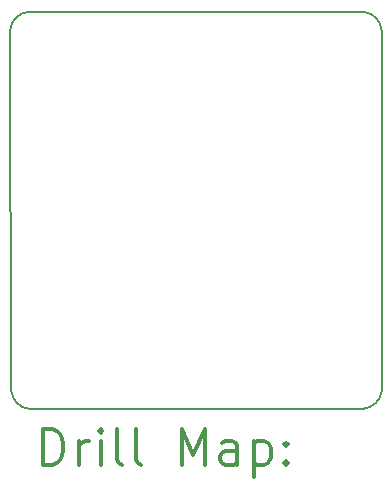
<source format=gbr>
%FSLAX45Y45*%
G04 Gerber Fmt 4.5, Leading zero omitted, Abs format (unit mm)*
G04 Created by KiCad (PCBNEW 5.99.0+really5.1.10+dfsg1-1) date 2022-01-15 17:01:51*
%MOMM*%
%LPD*%
G01*
G04 APERTURE LIST*
%TA.AperFunction,Profile*%
%ADD10C,0.150000*%
%TD*%
%ADD11C,0.200000*%
%ADD12C,0.300000*%
G04 APERTURE END LIST*
D10*
X15613288Y-11524457D02*
G75*
G02*
X15458440Y-11673840I-165924J17047D01*
G01*
X12626347Y-11676623D02*
G75*
G02*
X12476480Y-11525250I17832J167529D01*
G01*
X12467325Y-8465820D02*
G75*
G02*
X12626340Y-8315960I166189J-17047D01*
G01*
X15461457Y-8316052D02*
G75*
G02*
X15610840Y-8470900I-17047J-165924D01*
G01*
X15613288Y-11524457D02*
X15610840Y-8470900D01*
X12626347Y-11676623D02*
X15458440Y-11673840D01*
X12626340Y-8315960D02*
X15461457Y-8316052D01*
X12476480Y-11525250D02*
X12467325Y-8465820D01*
D11*
D12*
X12746254Y-12149838D02*
X12746254Y-11849838D01*
X12817682Y-11849838D01*
X12860539Y-11864123D01*
X12889111Y-11892695D01*
X12903396Y-11921266D01*
X12917682Y-11978409D01*
X12917682Y-12021266D01*
X12903396Y-12078409D01*
X12889111Y-12106980D01*
X12860539Y-12135552D01*
X12817682Y-12149838D01*
X12746254Y-12149838D01*
X13046254Y-12149838D02*
X13046254Y-11949838D01*
X13046254Y-12006980D02*
X13060539Y-11978409D01*
X13074825Y-11964123D01*
X13103396Y-11949838D01*
X13131968Y-11949838D01*
X13231968Y-12149838D02*
X13231968Y-11949838D01*
X13231968Y-11849838D02*
X13217682Y-11864123D01*
X13231968Y-11878409D01*
X13246254Y-11864123D01*
X13231968Y-11849838D01*
X13231968Y-11878409D01*
X13417682Y-12149838D02*
X13389111Y-12135552D01*
X13374825Y-12106980D01*
X13374825Y-11849838D01*
X13574825Y-12149838D02*
X13546254Y-12135552D01*
X13531968Y-12106980D01*
X13531968Y-11849838D01*
X13917682Y-12149838D02*
X13917682Y-11849838D01*
X14017682Y-12064123D01*
X14117682Y-11849838D01*
X14117682Y-12149838D01*
X14389111Y-12149838D02*
X14389111Y-11992695D01*
X14374825Y-11964123D01*
X14346254Y-11949838D01*
X14289111Y-11949838D01*
X14260539Y-11964123D01*
X14389111Y-12135552D02*
X14360539Y-12149838D01*
X14289111Y-12149838D01*
X14260539Y-12135552D01*
X14246254Y-12106980D01*
X14246254Y-12078409D01*
X14260539Y-12049838D01*
X14289111Y-12035552D01*
X14360539Y-12035552D01*
X14389111Y-12021266D01*
X14531968Y-11949838D02*
X14531968Y-12249838D01*
X14531968Y-11964123D02*
X14560539Y-11949838D01*
X14617682Y-11949838D01*
X14646254Y-11964123D01*
X14660539Y-11978409D01*
X14674825Y-12006980D01*
X14674825Y-12092695D01*
X14660539Y-12121266D01*
X14646254Y-12135552D01*
X14617682Y-12149838D01*
X14560539Y-12149838D01*
X14531968Y-12135552D01*
X14803396Y-12121266D02*
X14817682Y-12135552D01*
X14803396Y-12149838D01*
X14789111Y-12135552D01*
X14803396Y-12121266D01*
X14803396Y-12149838D01*
X14803396Y-11964123D02*
X14817682Y-11978409D01*
X14803396Y-11992695D01*
X14789111Y-11978409D01*
X14803396Y-11964123D01*
X14803396Y-11992695D01*
M02*

</source>
